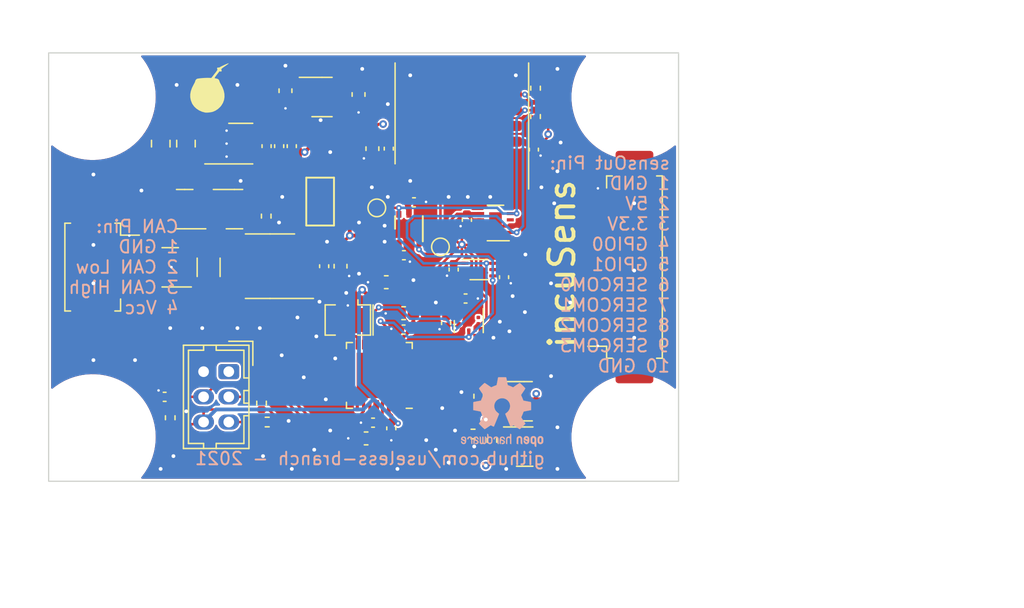
<source format=kicad_pcb>
(kicad_pcb (version 20211014) (generator pcbnew)
  (layers (0 "F.Cu" power) (1 "In1.Cu" signal) (2 "In2.Cu" signal) (31 "B.Cu" power) (34 "B.Paste" user) (35 "F.Paste" user) (36 "B.SilkS" user "B.Silkscreen") (37 "F.SilkS" user "F.Silkscreen") (38 "B.Mask" user) (39 "F.Mask" user) (44 "Edge.Cuts" user))
  (net 0 "")
  (net 1 "VDD")
  (net 2 "GND")
  (net 3 "/X_{IN}")
  (net 4 "/X_{OUT}")
  (net 5 "+5V")
  (net 6 "/VDDSW")
  (net 7 "+36V")
  (net 8 "/CAN+")
  (net 9 "/CAN-")
  (net 10 "~{RESET}")
  (net 11 "/SWDIO")
  (net 12 "/SWCLK")
  (net 14 "/SERCOM0.0")
  (net 15 "/SERCOM0.1")
  (net 16 "/5VSW")
  (net 17 "/SERCOM0.2")
  (net 18 "/SERCOM0.3")
  (net 19 "/GPIO.0")
  (net 20 "Net-(Q1-Pad1)")
  (net 21 "Net-(Q2-Pad1)")
  (net 22 "/5VSW_SIG")
  (net 23 "/VDDSW_SIG")
  (net 24 "/GPIO.1")
  (net 26 "/I2C.SDA")
  (net 27 "/I2C.SCL")
  (net 35 "/CAN_{TX}")
  (net 36 "/CAN_{RX}")
  (net 48 "Net-(C4-Pad1)")
  (net 49 "Net-(J2-Pad4)")
  (net 50 "Net-(D2-Pad3)")
  (footprint "Package_TO_SOT_SMD:SOT-23" (layer "F.Cu") (at 37.7875 31.25)
    (fp_text reference "Q2" hide)
    (fp_text value "SI2337DS-T1-BE3" hide)
  )
  (footprint "Resistor_SMD:R_0402_1005Metric" (layer "F.Cu") (at 17.35 29.3 180)
    (fp_text reference "R3" hide)
    (fp_text value "100k" hide)
  )
  (footprint "Package_TO_SOT_SMD:SOT-23" (layer "F.Cu") (at 37.7375 27.65)
    (fp_text reference "Q1" hide)
    (fp_text value "SI2337DS-T1-BE3" hide)
  )
  (footprint "Crystal:Resonator_SMD_Murata_CSTxExxV-3Pin_3.0x1.1mm" (layer "F.Cu") (at 23.75 21.2 180)
    (fp_text reference "Y1" hide)
    (fp_text value "Resonator" hide)
  )
  (footprint "Package_SO:SOIC-8_3.9x4.9mm_P1.27mm" (layer "F.Cu") (at 17.57 16.93 180)
    (fp_text reference "U2" hide)
    (fp_text value "TCAN332G" hide)
  )
  (footprint "Resistor_SMD:R_0402_1005Metric" (layer "F.Cu") (at 38.65 5.05 90)
    (fp_text reference "R10" hide)
    (fp_text value "4k7" hide)
  )
  (footprint "Resistor_SMD:R_0402_1005Metric" (layer "F.Cu") (at 17.272 12.954 -90)
    (fp_text reference "R9" hide)
    (fp_text value "100k" hide)
  )
  (footprint "ownLib:BMP384" (layer "F.Cu") (at 33.35 21.25 90)
    (fp_text reference "U6" hide)
    (fp_text value "BMP384" hide)
  )
  (footprint "Capacitor_SMD:C_0402_1005Metric" (layer "F.Cu") (at 29 11.858435)
    (fp_text reference "C24" hide)
    (fp_text value "100nF / 6.3V" hide)
  )
  (footprint "Capacitor_SMD:C_0603_1608Metric" (layer "F.Cu") (at 25.7 7.6 -90)
    (fp_text reference "C21" hide)
    (fp_text value "10uF / 6.3V" hide)
  )
  (footprint "Capacitor_SMD:C_0603_1608Metric" (layer "F.Cu") (at 24.6 3.3 -90)
    (fp_text reference "C13" hide)
    (fp_text value "1uF / 6.3V" hide)
  )
  (footprint "ownLib:MountingHole_3.2mm_M3_no_Mask" (layer "F.Cu") (at 3.5 30.5)
    (fp_text reference "REF**" hide)
    (fp_text value "MountingHole_3.2mm_M3_no_Mask" hide)
  )
  (footprint "Capacitor_SMD:C_0402_1005Metric" (layer "F.Cu") (at 27 7.6 -90)
    (fp_text reference "C20" hide)
    (fp_text value "100nF / 6.3V" hide)
  )
  (footprint "Capacitor_SMD:C_0402_1005Metric" (layer "F.Cu") (at 36.15 17.8 -90)
    (fp_text reference "C26" hide)
    (fp_text value "100nF / 6.3V" hide)
  )
  (footprint "ownLib:SCD4x" (layer "F.Cu") (at 32.8 5.8 90)
    (fp_text reference "U7" hide)
    (fp_text value "SCD4x" hide)
  )
  (footprint "Capacitor_SMD:C_0402_1005Metric" (layer "F.Cu") (at 28.2 16.058435)
    (fp_text reference "C23" hide)
    (fp_text value "100nF / 6.3V" hide)
  )
  (footprint "Sensor_Humidity:Sensirion_DFN-8-1EP_2.5x2.5mm_P0.5mm_EP1.1x1.7mm" (layer "F.Cu") (at 35.469659 13.5 180)
    (fp_text reference "U5" hide)
    (fp_text value "SHT30-DIS" hide)
  )
  (footprint "Capacitor_SMD:C_0402_1005Metric" (layer "F.Cu") (at 18.3 7.4 90)
    (fp_text reference "C14" hide)
    (fp_text value "10uF / 10V" hide)
  )
  (footprint "Connector_Molex:Molex_PicoBlade_53261-0471_1x04-1MP_P1.25mm_Horizontal" (layer "F.Cu") (at 4 17 -90)
    (fp_text reference "J2" hide)
    (fp_text value "Conn_01x04_MountingPin" hide)
  )
  (footprint "Package_LGA:Texas_SIL0010A_MicroSiP-10-1EP_3.8x3mm_P0.6mm_EP0.7x2.9mm_ThermalVias" (layer "F.Cu") (at 14.3 7.2)
    (fp_text reference "U4" hide)
    (fp_text value "LMZM23600V5" hide)
  )
  (footprint "Resistor_SMD:R_0402_1005Metric" (layer "F.Cu") (at 35.2375 27.25 -90)
    (fp_text reference "R6" hide)
    (fp_text value "10k" hide)
  )
  (footprint "Resistor_SMD:R_0402_1005Metric" (layer "F.Cu") (at 9.652 28.958 90)
    (fp_text reference "R1" hide)
    (fp_text value "10k" hide)
  )
  (footprint "Capacitor_SMD:C_0603_1608Metric" (layer "F.Cu") (at 25.2 30.6 180)
    (fp_text reference "C5" hide)
    (fp_text value "1uF / 6.3V" hide)
  )
  (footprint "Package_TO_SOT_SMD:SOT-23" (layer "F.Cu") (at 14.75 12.4)
    (fp_text reference "D2" hide)
    (fp_text value "MMBZ15VALT1G" hide)
  )
  (footprint "Resistor_SMD:R_0402_1005Metric" (layer "F.Cu") (at 35.1875 30.75 -90)
    (fp_text reference "R7" hide)
    (fp_text value "10k" hide)
  )
  (footprint "Package_TO_SOT_SMD:SOT-23" (layer "F.Cu") (at 10.8 12.4 180)
    (fp_text reference "Q3" hide)
    (fp_text value "BSH203,215" hide)
  )
  (footprint "Capacitor_SMD:C_0805_2012Metric" (layer "F.Cu") (at 10.9 7.2 90)
    (fp_text reference "C10" hide)
    (fp_text value "4u7 / 50V" hide)
  )
  (footprint "ownLib:MountingHole_3.2mm_M3_no_Mask" (layer "F.Cu") (at 46.5 30.5)
    (fp_text reference "REF**" hide)
    (fp_text value "MountingHole_3.2mm_M3_no_Mask" hide)
  )
  (footprint "ownLib:WSOF6" (layer "F.Cu") (at 33.05 16.7 -90)
    (fp_text reference "U9" hide)
    (fp_text value "BH1751FVI" hide)
  )
  (footprint "Package_DFN_QFN:QFN-32-1EP_5x5mm_P0.5mm_EP3.6x3.6mm" (layer "F.Cu") (at 26.25 25.6 180)
    (fp_text reference "U1" hide)
    (fp_text value "ATSAMC21E17A" hide)
  )
  (footprint "Capacitor_SMD:C_0402_1005Metric" (layer "F.Cu") (at 31.55 21.45 -90)
    (fp_text reference "C18" hide)
    (fp_text value "100nF / 6.3V" hide)
  )
  (footprint "Capacitor_SMD:C_0402_1005Metric" (layer "F.Cu") (at 28.176753 21.960819 180)
    (fp_text reference "C6" hide)
    (fp_text value "100nF / 6.3V" hide)
  )
  (footprint "Connector_Hirose:Hirose_DF11-6DP-2DSA_2x03_P2.00mm_Vertical" (layer "F.Cu") (at 14.3 25.3 -90)
    (fp_text reference "J1" hide)
    (fp_text value "CORTEX-SWD-6" hide)
  )
  (footprint "Resistor_SMD:R_0402_1005Metric" (layer "F.Cu") (at 16.9 27.8 90)
    (fp_text reference "R2" hide)
    (fp_text value "10k" hide)
  )
  (footprint "TestPoint:TestPoint_Pad_D1.0mm" (layer "F.Cu") (at 26.05 12.3)
    (fp_text reference "TP3" hide)
    (fp_text value "SCL" hide)
  )
  (footprint "Package_TO_SOT_SMD:SOT-23-5" (layer "F.Cu") (at 21.7 3.5)
    (fp_text reference "U3" hide)
    (fp_text value "NCP718xSN330" hide)
  )
  (footprint "TestPoint:TestPoint_Keystone_5015_Micro-Minature" (layer "F.Cu") (at 21.55 11.8 -90)
    (fp_text reference "TP1" hide)
    (fp_text value "TestPoint" hide)
  )
  (footprint "ownLib:MountingHole_3.2mm_M3_no_Mask" (layer "F.Cu") (at 46.5 3.5)
    (fp_text reference "REF**" hide)
    (fp_text value "MountingHole_3.2mm_M3_no_Mask" hide)
  )
  (footprint "Capacitor_SMD:C_0402_1005Metric" (layer "F.Cu") (at 21.87 16.93 -90)
    (fp_text reference "C8" hide)
    (fp_text value "100nF / 6.3V" hide)
  )
  (footprint "Capacitor_SMD:C_0603_1608Metric" (layer "F.Cu") (at 28.176753 20.660819 180)
    (fp_text reference "C7" hide)
    (fp_text value "10uF / 6.3V" hide)
  )
  (footprint "Capacitor_SMD:C_0402_1005Metric" (layer "F.Cu") (at 25.75 29.35 180)
    (fp_text reference "C4" hide)
    (fp_text value "100nF / 6.3V" hide)
  )
  (footprint "Package_TO_SOT_SMD:SOT-23" (layer "F.Cu") (at 9.652 17.018 180)
    (fp_text reference "D1" hide)
    (fp_text value "PESD2CAN" hide)
  )
  (footprint "Capacitor_SMD:C_0603_1608Metric" (layer "F.Cu") (at 26.8 18.2 180)
    (fp_text reference "C2" hide)
    (fp_text value "10uF / 6.3V" hide)
  )
  (footprint "ownLib:MountingHole_3.2mm_M3_no_Mask" (layer "F.Cu") (at 3.5 3.5)
    (fp_text reference "REF**" hide)
    (fp_text value "MountingHole_3.2mm_M3_no_Mask" hide)
  )
  (footprint "ownLib:ownLogoNew" (layer "F.Cu") (at 12.6 2.8)
    (fp_text reference "G***" hide)
    (fp_text value "LOGO" hide)
  )
  (footprint "Capacitor_SMD:C_0402_1005Metric" (layer "F.Cu") (at 9.21 27.3)
    (fp_text reference "C1" hide)
    (fp_text value "10nF / 6.3V" hide)
  )
  (footprint "Resistor_SMD:R_0402_1005Metric" (layer "F.Cu") (at 38.65 2.8 -90)
    (fp_text reference "R11" hide)
    (fp_text value "4k7" hide)
  )
  (footprint "Capacitor_SMD:C_0402_1005Metric" (layer "F.Cu") (at 33.096974 19.49541)
    (fp_text reference "C17" hide)
    (fp_text value "100nF / 6.3V" hide)
  )
  (footprint "ownLib:DFN-6-P0.8mm_EP1.25x1.7mm" (layer "F.Cu") (at 28.6 13.958435 90)
    (fp_text reference "U8" hide)
    (fp_text value "SGP30" hide)
  )
  (footprint "Capacitor_SMD:C_0402_1005Metric" (layer "F.Cu") (at 38.515755 7.67438 -90)
    (fp_text reference "C22" hide)
    (fp_text value "100nF / 6.3V" hide)
  )
  (footprint "Capacitor_SMD:C_0805_2012Metric" (layer "F.Cu") (at 8.9 7.2 90)
    (fp_text reference "C11" hide)
    (fp_text value "4u7 / 50V" hide)
  )
  (footprint "Capacitor_SMD:C_0402_1005Metric" (layer "F.Cu") (at 27.2 29.8 -90)
    (fp_text reference "C3" hide)
    (fp_text value "100nF / 6.3V" hide)
  )
  (footprint "Capacitor_SMD:C_0402_1005Metric" (layer "F.Cu") (at 32.15 17.2 -90)
    (fp_text reference "C25" hide)
    (fp_text value "100nF / 6.3V" hide)
  )
  (footprint "Capacitor_SMD:C_0402_1005Metric" (layer "F.Cu") (at 17.3 7.4 90)
    (fp_text reference "C16" hide)
    (fp_text value "10uF / 10V" hide)
  )
  (footprint "TestPoint:TestPoint_Pad_D1.0mm" (layer "F.Cu") (at 31.1 15.4)
    (fp_text reference "TP2" hide)
    (fp_text value "SDA" hide)
  )
  (footprint "Resistor_SMD:R_0402_1005Metric" (layer "F.Cu") (at 33.6875 30.25)
    (fp_text reference "R5" hide)
    (fp_text value "100R" hide)
  )
  (footprint "Capacitor_SMD:C_0402_1005Metric" (layer "F.Cu") (at 19.3 7.4 90)
    (fp_text reference "C15" hide)
    (fp_text value "10uF / 10V" hide)
  )
  (footprint "Capacitor_SMD:C_0402_1005Metric" (layer "F.Cu") (at 33.2 13.258435 -90)
    (fp_text reference "C19" hide)
    (fp_text value "100nF / 6.3V" hide)
  )
  (footprint "Resistor_SMD:R_0402_1005Metric" (layer "F.Cu") (at 34.1375 27.25 90)
    (fp_text reference "R4" hide)
    (fp_text value "100R" hide)
  )
  (footprint "Capacitor_SMD:C_0603_1608Metric" (layer "F.Cu") (at 23.17 16.93 -90)
    (fp_text reference "C9" hide)
    (fp_text value "10uF / 6.3V" hide)
  )
  (footprint "Resistor_SMD:R_1206_3216Metric" (layer "F.Cu") (at 12.7 17.018 -90)
    (fp_text reference "R8" hide)
    (fp_text value "120R" hide)
  )
  (footprint "Capacitor_SMD:C_0603_1608Metric" (layer "F.Cu") (at 18.8 3 -90)
    (fp_text reference "C12" hide)
    (fp_text value "1uF / 10V" hide)
  )
  (footprint "Connector_Molex:Molex_PicoBlade_53261-1071_1x10-1MP_P1.25mm_Horizontal" (layer "F.Cu") (at 46 17 90)
    (fp_text reference "J3" hide)
    (fp_text value "Conn_01x10_MountingPin" hide)
  )
  (footprint "Symbol:OSHW-Logo2_7.3x6mm_SilkScreen" (layer "B.Cu") (at 36 28.5 180)
    (fp_text reference "REF**" hide)
    (fp_text value "OSHW-Logo2_7.3x6mm_SilkScreen" hide)
  )
  (gr_rect locked (start 0 0) (end 50 34) (layer "Edge.Cuts") (width 0.1) (fill none))
  (gr_text "CAN Pin:\n1 GND\n2 CAN Low\n3 CAN High\n4 Vcc" (at 10.4 17) (layer "B.SilkS") (effects (font (size 1 1)) (justify left mirror)))
  (gr_text "sensOut Pin:\n1 GND\n2 5V\n3 3.3V\n4 GPIO0\n5 GPIO1\n6 SERCOM0\n7 SERCOM1\n8 SERCOM2\n9 SERCOM3\n10 GND" (at 49.4 16.8) (layer "B.SilkS") (effects (font (size 1 1)) (justify left mirror)))
  (gr_text "github.com/useless-branch - 2021" (at 25.5 32.2) (layer "B.SilkS") (effects (font (size 1 1)) (justify mirror)))
  (gr_text "incuSens" (at 40.75 16.75 90) (layer "F.SilkS") (effects (font (size 2 2) (thickness 0.3))))
  (segment (start 21.39 16.45) (end 21.235 16.295) (width 0.3) (layer "F.Cu") (net 1))
  (segment (start 35.4 28.6) (end 36.8 28.6) (width 0.3) (layer "F.Cu") (net 1))
  (segment (start 23.17 16.155) (end 23.17 15.23) (width 0.25) (layer "F.Cu") (net 1))
  (segment (start 27 28.6) (end 27.2 28.8) (width 0.3) (layer "F.Cu") (net 1))
  (segment (start 24.892 18.796) (end 24.891988 18.796) (width 0.2) (layer "F.Cu") (net 1))
  (segment (start 21.87 16.45) (end 22.25 16.45) (width 0.3) (layer "F.Cu") (net 1))
  (segment (start 28.656753 21.643247) (end 28.951753 21.348247) (width 0.3) (layer "F.Cu") (net 1))
  (segment (start 28.656753 22.043247) (end 28.656753 21.960819) (width 0.3) (layer "F.Cu") (net 1))
  (segment (start 25.220508 19.12452) (end 24.891988 18.796) (width 0.3) (layer "F.Cu") (net 1))
  (segment (start 26 4.65) (end 23.9 6.75) (width 0.3) (layer "F.Cu") (net 1))
  (segment (start 16.9 28.31) (end 12.54 28.31) (width 0.2) (layer "F.Cu") (net 1))
  (segment (start 27.601 18.2) (end 28.951753 19.550753) (width 0.2) (layer "F.Cu") (net 1))
  (segment (start 26 3.2) (end 26 4.65) (width 0.3) (layer "F.Cu") (net 1))
  (segment (start 27.575 17.425) (end 27.575 18.2) (width 0.3) (layer "F.Cu") (net 1))
  (segment (start 23.17 15.23) (end 23.9 14.5) (width 0.25) (layer "F.Cu") (net 1))
  (segment (start 22.545 16.155) (end 23.17 16.155) (width 0.3) (layer "F.Cu") (net 1))
  (segment (start 27 28.05) (end 27 28.6) (width 0.3) (layer "F.Cu") (net 1))
  (segment (start 28 23.15) (end 28 22.7) (width 0.3) (layer "F.Cu") (net 1))
  (segment (start 27.805967 29.331062) (end 27.732992 29.404037) (width 0.2) (layer "F.Cu") (net 1))
  (segment (start 9.652 29.468) (end 12.132 29.468) (width 0.2) (layer "F.Cu") (net 1))
  (segment (start 28.951753 19.550753) (end 28.951753 20.660819) (width 0.2) (layer "F.Cu") (net 1))
  (segment (start 22.25 16.45) (end 22.545 16.155) (width 0.3) (layer "F.Cu") (net 1))
  (segment (start 27.575 18.2) (end 26.65048 19.12452) (width 0.3) (layer "F.Cu") (net 1))
  (segment (start 28.951753 21.348247) (end 28.951753 20.660819) (width 0.3) (layer "F.Cu") (net 1))
  (segment (start 23.9 6.75) (end 23.9 14.5) (width 0.3) (layer "F.Cu") (net 1))
  (segment (start 27.2 28.8) (end 27.2 29.32) (width 0.3) (layer "F.Cu") (net 1))
  (segment (start 27.575 18.2) (end 27.601 18.2) (width 0.2) (layer "F.Cu") (net 1))
  (segment (start 22.8375 2.55) (end 24.575 2.55) (width 0.3) (layer "F.Cu") (net 1))
  (segment (start 34.9 29.1) (end 35.4 28.6) (width 0.3) (layer "F.Cu") (net 1))
  (segment (start 24.65 14.5) (end 27.575 17.425) (width 0.3) (layer "F.Cu") (net 1))
  (segment (start 34.7 29.1) (end 34.9 29.1) (width 0.3) (layer "F.Cu") (net 1))
  (segment (start 21.87 16.45) (end 21.39 16.45) (width 0.3) (layer "F.Cu") (net 1))
  (segment (start 12.3 28.55) (end 12.3 29.3) (width 0.2) (layer "F.Cu") (net 1))
  (segment (start 26.65048 19.12452) (end 25.220508 19.12452) (width 0.3) (layer "F.Cu") (net 1))
  (segment (start 12.132 29.468) (end 12.3 29.3) (width 0.2) (layer "F.Cu") (net 1))
  (segment (start 17.86 28.71) (end 17.46 28.31) (width 0.2) (layer "F.Cu") (net 1))
  (segment (start 35.2375 27.76) (end 35.2375 28.4375) (width 0.2) (layer "F.Cu") (net 1))
  (segment (start 27.648955 29.32) (end 27.732992 29.404037) (width 0.2) (layer "F.Cu") (net 1))
  (segment (start 27.805967 29.32) (end 27.805967 29.331062) (width 0.2) (layer "F.Cu") (net 1))
  (segment (start 17.46 28.31) (end 16.9 28.31) (width 0.2) (layer "F.Cu") (net 1))
  (segment (start 24.575 2.55) (end 24.6 2.525) (width 0.3) (layer "F.Cu") (net 1))
  (segment (start 35.2375 28.4375) (end 35.4 28.6) (width 0.2) (layer "F.Cu") (net 1))
  (segment (start 28 22.7) (end 28.656753 22.043247) (width 0.3) (layer "F.Cu") (net 1))
  (segment (start 21.235 16.295) (end 20.045 16.295) (width 0.3) (layer "F.Cu") (net 1))
  (segment (start 28.656753 21.960819) (end 28.656753 21.643247) (width 0.3) (layer "F.Cu") (net 1))
  (segment (start 25.325 2.525) (end 26 3.2) (width 0.3) (layer "F.Cu") (net 1))
  (segment (start 12.54 28.31) (end 12.3 28.55) (width 0.2) (layer "F.Cu") (net 1))
  (segment (start 23.9 14.5) (end 24.65 14.5) (width 0.3) (layer "F.Cu") (net 1))
  (segment (start 25.146 19.05) (end 24.892 18.796) (width 0.2) (layer "F.Cu") (net 1))
  (segment (start 24.6 2.525) (end 25.325 2.525) (width 0.3) (layer "F.Cu") (net 1))
  (segment (start 17.86 29.3) (end 17.86 28.71) (width 0.2) (layer "F.Cu") (net 1))
  (segment (start 27.2 29.32) (end 27.648955 29.32) (width 0.2) (layer "F.Cu") (net 1))
  (via (at 23.9 14.5) (size 0.6) (drill 0.3) (layers "F.Cu" "B.Cu") (net 1))
  (via (at 27.732992 29.404037) (size 0.45) (drill 0.2) (layers "F.Cu" "B.Cu") (net 1))
  (via (at 34.7 29.1) (size 0.6) (drill 0.3) (layers "F.Cu" "B.Cu") (net 1))
  (via (at 24.891988 18.796) (size 0.6) (drill 0.3) (layers "F.Cu" "B.Cu") (net 1))
  (segment (start 24.638 26.309045) (end 24.638 19.049988) (width 0.3) (layer "B.Cu") (net 1))
  (segment (start 25.8 27.471045) (end 27.732992 29.404037) (width 0.3) (layer "B.Cu") (net 1))
  (segment (start 13.3 28.3) (end 24.971045 28.3) (width 0.3) (layer "B.Cu") (net 1))
  (segment (start 24.638 19.049988) (end 24.891988 18.796) (width 0.3) (layer "B.Cu") (net 1))
  (segment (start 12.3 29.3) (end 13.3 28.3) (width 0.3) (layer "B.Cu") (net 1))
  (segment (start 25.8 27.471045) (end 24.638 26.309045) (width 0.3) (layer "B.Cu") (net 1))
  (segment (start 24.971045 28.3) (end 25.8 27.471045) (width 0.3) (layer "B.Cu") (net 1))
  (segment (start 32.55 22.65) (end 32.85 22.35) (width 0.25) (layer "F.Cu") (net 2))
  (segment (start 25.028041 8.375) (end 25.024328 8.371287) (width 0.45) (layer "F.Cu") (net 2))
  (segment (start 25.7 8.375) (end 25.028041 8.375) (width 0.45) (layer "F.Cu") (net 2))
  (segment (start 32.711565 13.738435) (end 32.7 13.75) (width 0.45) (layer "F.Cu") (net 2))
  (segment (start 39.04562 8.15438) (end 39.05 8.15) (width 0.45) (layer "F.Cu") (net 2))
  (segment (start 33.35 19.722384) (end 33.576974 19.49541) (width 0.25) (layer "F.Cu") (net 2))
  (segment (start 28.6 15.55) (end 28.6 15.108435) (width 0.45) (layer "F.Cu") (net 2))
  (segment (start 6.4 15.125) (end 6.4 14.5) (width 0.45) (layer "F.Cu") (net 2))
  (segment (start 32.63 17.2) (end 32.15 17.68) (width 0.25) (layer "F.Cu") (net 2))
  (segment (start 32.15 17.68) (end 31.623115 17.68) (width 0.45) (layer "F.Cu") (net 2))
  (segment (start 21.185 17.565) (end 21.34 17.41) (width 0.45) (layer "F.Cu") (net 2))
  (segment (start 29.924382 11.858435) (end 29.957317 11.8255) (width 0.45) (layer "F.Cu") (net 2))
  (segment (start 34.294659 14.25) (end 33.711565 14.25) (width 0.25) (layer "F.Cu") (net 2))
  (segment (start 24.425 30.6) (end 23.791328 30.6) (width 0.45) (layer "F.Cu") (net 2))
  (segment (start 31.55 22.35) (end 31.85 22.65) (width 0.25) (layer "F.Cu") (net 2))
  (segment (start 27.696753 22.403247) (end 27.696753 21.960819) (width 0.2) (layer "F.Cu") (net 2))
  (segment (start 24.6 4.075) (end 24.6 4.722631) (width 0.45) (layer "F.Cu") (net 2))
  (segment (start 37.79562 8.15438) (end 38.515755 8.15438) (width 0.45) (layer "F.Cu") (net 2))
  (segment (start 31.623115 17.68) (end 31.620301 17.682814) (width 0.45) (layer "F.Cu") (net 2))
  (segment (start 23.17 17.705) (end 23.853875 17.705) (width 0.45) (layer "F.Cu") (net 2))
  (segment (start 36.15 18.28) (end 36.682177 18.28) (width 0.45) (layer "F.Cu") (net 2))
  (segment (start 18.8 3.775) (end 18.8 4.4) (width 0.45) (layer "F.Cu") (net 2))
  (segment (start 24.790564 29.349999) (end 25.27 29.35) (width 0.45) (layer "F.Cu") (net 2))
  (segment (start 29.4 12.4) (end 29.4 12.808435) (width 0.45) (layer "F.Cu") (net 2))
  (segment (start 29.48 12.32) (end 29.4 12.4) (width 0.45) (layer "F.Cu") (net 2))
  (segment (start 22.2 17.41) (end 22.495 17.705) (width 0.45) (layer "F.Cu") (net 2))
  (segment (start 36.8 8.3) (end 37.65 8.3) (width 0.45) (layer "F.Cu") (net 2))
  (segment (start 21.87 17.41) (end 22.2 17.41) (width 0.45) (layer "F.Cu") (net 2))
  (segment (start 27.237667 30.75) (end 27.2 30.75) (width 0.2) (layer "F.Cu") (net 2))
  (segment (start 43.6 11.375) (end 43.6 10.75) (width 0.45) (layer "F.Cu") (net 2))
  (segment (start 27.5 22.6) (end 27.696753 22.403247) (width 0.2) (layer "F.Cu") (net 2))
  (segment (start 36.682177 18.28) (end 36.684711 18.282534) (width 0.45) (layer "F.Cu") (net 2))
  (segment (start 27.696753 21.960819) (end 27.260819 21.960819) (width 0.45) (layer "F.Cu") (net 2))
  (segment (start 33.35 20.4925) (end 33.35 19.722384) (width 0.25) (layer "F.Cu") (net 2))
  (segment (start 35.719659 13.75) (end 35.469659 13.5) (width 0.25) (layer "F.Cu") (net 2))
  (segment (start 23.791328 30.6) (end 23.78238 30.591052) (width 0.45) (layer "F.Cu") (net 2))
  (segment (start 19.525 3.775) (end 18.8 3.775) (width 0.45) (layer "F.Cu") (net 2))
  (segment (start 20.5625 3.5) (end 19.8 3.5) (width 0.45) (layer "F.Cu") (net 2))
  (segment (start 27 8.08) (end 27.48 8.08) (width 0.45) (layer "F.Cu") (net 2))
  (segment (start 23.75 21.2) (end 23.749999 20.044883) (width 0.45) (layer "F.Cu") (net 2))
  (segment (start 27.7 8.3) (end 28.8 8.3) (width 0.45) (layer "F.Cu") (net 2))
  (segment (start 26 28.05) (end 26 28.62) (width 0.2) (layer "F.Cu") (net 2))
  (segment (start 23.853875 17.705) (end 23.854431 17.705556) (width 0.45) (layer "F.Cu") (net 2))
  (segment (start 28.68 16.058435) (end 28.68 15.63) (width 0.45) (layer "F.Cu") (net 2))
  (segment (start 22.495 17.705) (end 23.17 17.705) (width 0.45) (layer "F.Cu") (net 2))
  (segment (start 34.070008 19.49541) (end 34.07157 19.493848) (width 0.45) (layer "F.Cu") (net 2))
  (segment (start 26.025 18.2) (end 25.35 18.2) (width 0.45) (layer "F.Cu") (net 2))
  (segment (start 33.05 17.2) (end 32.63 17.2) (width 0.25) (layer "F.Cu") (net 2))
  (segment (start 33.05 17.7) (end 32.17 17.7) (width 0.25) (layer "F.Cu") (net 2))
  (segment (start 37.65 8.3) (end 37.79562 8.15438) (width 0.45) (layer "F.Cu") (net 2))
  (segment (start 32.17 17.7) (end 32.15 17.68) (width 0.25) (layer "F.Cu") (net 2))
  (segment (start 38.515755 8.15438) (end 39.04562 8.15438) (width 0.45) (layer "F.Cu") (net 2))
  (segment (start 26 28.62) (end 25.27 29.35) (width 0.2) (layer "F.Cu") (net 2))
  (segment (start 36.644659 13.75) (end 35.719659 13.75) (width 0.25) (layer "F.Cu") (net 2))
  (segment (start 8.73 27.3) (end 8.73 26.795532) (width 0.45) (layer "F.Cu") (net 2))
  (segment (start 33.85 20.4925) (end 33.85 19.768436) (width 0.25) (layer "F.Cu") (net 2))
  (segment (start 19.8 3.5) (end 19.525 3.775) (width 0.45) (layer "F.Cu") (net 2))
  (segment (start 27.5 23.15) (end 27.5 22.6) (width 0.2) (layer "F.Cu") (net 2))
  (segment (start 28.68 16.058435) (end 28.68 16.56635) (width 0.45) (layer "F.Cu") (net 2))
  (segment (start 20.045 17.565) (end 21.185 17.565) (width 0.45) (layer "F.Cu") (net 2))
  (segment (start 29.48 11.858435) (end 29.48 12.32) (width 0.45) (layer "F.Cu") (net 2))
  (segment (start 43.6 22.625) (end 43.6 23.25) (width 0.45) (layer "F.Cu") (net 2))
  (segment (start 25.7 8.375) (end 26.705 8.375) (width 0.45) (layer "F.Cu") (net 2))
  (segment (start 33.576974 19.49541) (end 34.070008 19.49541) (width 0.45) (layer "F.Cu") (net 2))
  (segment (start 27.48 8.08) (end 27.7 8.3) (width 0.45) (layer "F.Cu") (net 2))
  (segment (start 34.294659 13.75) (end 35.219659 13.75) (width 0.25) (layer "F.Cu") (net 2))
  (segment (start 33.2 13.738435) (end 32.711565 13.738435) (width 0.45) (layer "F.Cu") (net 2))
  (segment (start 31.027085 21.93) (end 31.025992 21.931093) (width 0.45) (layer "F.Cu") (net 2))
  (segment (start 32.85 22.35) (end 32.85 22.0075) (width 0.25) (layer "F.Cu") (net 2))
  (segment (start 31.85 22.65) (end 32.55 22.65) (width 0.25) (layer "F.Cu") (net 2))
  (segment (start 8.73 26.795532) (end 8.724745 26.790277) (width 0.45) (layer "F.Cu") (net 2))
  (segment (start 21.34 17.41) (end 21.87 17.41) (width 0.45) (layer "F.Cu") (net 2))
  (segment (start 29.48 11.858435) (end 29.924382 11.858435) (width 0.45) (layer "F.Cu") (net 2))
  (segment (start 28.68 16.56635) (end 28.675544 16.570806) (width 0.45) (layer "F.Cu") (net 2))
  (segment (start 33.85 19.768436) (end 33.576974 19.49541) (width 0.25) (layer "F.Cu") (net 2))
  (segment (start 28.68 15.63) (end 28.6 15.55) (width 0.45) (layer "F.Cu") (net 2))
  (segment (start 35.219659 13.75) (end 35.469659 13.5) (width 0.25) (layer "F.Cu") (net 2))
  (segment (start 24.6 4.722631) (end 24.601697 4.724328) (width 0.45) (layer "F.Cu") (net 2))
  (segment (start 31.55 21.93) (end 31.027085 21.93) (width 0.45) (layer "F.Cu") (net 2))
  (segment (start 31.55 21.93) (end 31.55 22.35) (width 0.25) (layer "F.Cu") (net 2))
  (segment (start 27.2 30.28) (end 27.2 30.75) (width 0.45) (layer "F.Cu") (net 2))
  (segment (start 33.711565 14.25) (end 33.2 13.738435) (width 0.25) (layer "F.Cu") (net 2))
  (segment (start 26.705 8.375) (end 27 8.08) (width 0.45) (layer "F.Cu") (net 2))
  (segment (start 27.401753 20.660819) (end 26.76619 20.660819) (width 0.45) (layer "F.Cu") (net 2))
  (segment (start 26.76619 20.660819) (end 26.752509 20.6745) (width 0.45) (layer "F.Cu") (net 2))
  (segment (start 27.260819 21.960819) (end 27.2 21.9) (width 0.45) (layer "F.Cu") (net 2))
  (via (at 24.638 17.526) (size 0.6) (drill 0.3) (layers "F.Cu" "B.Cu") (net 2))
  (via (at 23.78238 30.591052) (size 0.45) (drill 0.2) (layers "F.Cu" "B.Cu") (net 2))
  (via (at 36.322 33.02) (size 0.6) (drill 0.3) (layers "F.Cu" "B.Cu") (net 2))
  (via (at 26.924 4.064) (size 0.6) (drill 0.3) (layers "F.Cu" "B.Cu") (net 2))
  (via (at 18.8 4.4) (size 0.45) (drill 0.2) (layers "F.Cu" "B.Cu") (net 2))
  (via (at 35.814 21.336) (size 0.6) (drill 0.3) (layers "F.Cu" "B.Cu") (net 2))
  (via (at 6.858 24.384) (size 0.6) (drill 0.3) (layers "F.Cu" "B.Cu") (net 2))
  (via (at 14.986 2.54) (size 0.6) (drill 0.3) (layers "F.Cu" "B.Cu") (net 2))
  (via (at 34.07157 19.493848) (size 0.45) (drill 0.2) (layers "F.Cu" "B.Cu") (net 2))
  (via (at 37.084 1.778) (size 0.6) (drill 0.3) (layers "F.Cu" "B.Cu") (net 2))
  (via (at 19.05 29.21) (size 0.6) (drill 0.3) (layers "F.Cu" "B.Cu") (net 2))
  (via (at 14.986 21.844) (size 0.6) (drill 0.3) (layers "F.Cu" "B.Cu") (net 2))
  (via (at 35.306 22.606) (size 0.6) (drill 0.3) (layers "F.Cu" "B.Cu") (net 2))
  (via (at 18.796 1.016) (size 0.6) (drill 0.3) (layers "F.Cu" "B.Cu") (net 2))
  (via (at 10.922 28.448) (size 0.6) (drill 0.3) (layers "F.Cu" "B.Cu") (net 2))
  (via (at 39.878 25.654) (size 0.6) (drill 0.3) (layers "F.Cu" "B.Cu") (net 2))
  (via (at 32.766 26.924) (size 0.6) (drill 0.3) (layers "F.Cu" "B.Cu") (net 2))
  (via (at 23.749999 20.044883) (size 0.45) (drill 0.2) (layers "F.Cu" "B.Cu") (net 2))
  (via (at 8.89 33.02) (size 0.6) (drill 0.3) (layers "F.Cu" "B.Cu") (net 2))
  (via (at 25.35 18.2) (size 0.45) (drill 0.2) (layers "F.Cu" "B.Cu") (net 2))
  (via (at 37.8045 20.574) (size 0.6) (drill 0.3) (layers "F.Cu" "B.Cu") (net 2))
  (via (at 30.734 19.812) (size 0.6) (drill 0.3) (layers "F.Cu" "B.Cu") (net 2))
  (via (at 6.4 14.5) (size 0.45) (drill 0.2) (layers "F.Cu" "B.Cu") (net 2))
  (via (at 29.957317 11.8255) (size 0.45) (drill 0.2) (layers "F.Cu" "B.Cu") (net 2))
  (via (at 22.098 14.986) (size 0.6) (drill 0.3) (layers "F.Cu" "B.Cu") (net 2))
  (via (at 40.132 11.938) (size 0.6) (drill 0.3) (layers "F.Cu" "B.Cu") (net 2))
  (via (at 26.752509 20.6745) (size 0.45) (drill 0.2) (layers "F.Cu" "B.Cu") (net 2))
  (via (at 39.878 18.288) (size 0.6) (drill 0.3) (layers "F.Cu" "B.Cu") (net 2))
  (via (at 36.576 22.098) (size 0.6) (drill 0.3) (layers "F.Cu" "B.Cu") (net 2))
  (via (at 24.892 1.27) (size 0.6) (drill 0.3) (layers "F.Cu" "B.Cu") (net 2))
  (via (at 23.854431 17.705556) (size 0.45) (drill 0.2) (layers "F.Cu" "B.Cu") (net 2))
  (via (at 3.556 24.384) (size 0.6) (drill 0.3) (layers "F.Cu" "B.Cu") (net 2))
  (via (at 37.846 16.002) (size 0.6) (drill 0.3) (layers "F.Cu" "B.Cu") (net 2))
  (via (at 21.082 31.496) (size 0.6) (drill 0.3) (layers "F.Cu" "B.Cu") (net 2))
  (via (at 28.956 18.034) (size 0.6) (drill 0.3) (layers "F.Cu" "B.Cu") (net 2))
  (via (at 3.556 15.24) (size 0.6) (drill 0.3) (layers "F.Cu" "B.Cu") (net 2))
  (via (at 30.734 31.496) (size 0.6) (drill 0.3) (layers "F.Cu" "B.Cu") (net 2))
  (via (at 10.16 2.54) (size 0.6) (drill 0.3) (layers "F.Cu" "B.Cu") (net 2))
  (via (at 31.75 11.43) (size 0.6) (drill 0.3) (layers "F.Cu" "B.Cu") (net 2))
  (via (at 43.6 23.25) (size 0.45) (drill 0.2) (layers "F.Cu" "B.Cu") (net 2))
  (via (at 25.654 10.668) (size 0.6) (drill 0.3) (layers "F.Cu" "B.Cu") (net 2))
  (via (at 22.75 24.25) (size 0.6) (drill 0.3) (layers "F.Cu" "B.Cu") (net 2))
  (via (at 32.258 29.972) (size 0.6) (drill 0.3) (layers "F.Cu" "B.Cu") (net 2))
  (via (at 12.192 21.844) (size 0.6) (drill 0.3) (layers "F.Cu" "B.Cu") (net 2))
  (via (at 27.2 21.9) (size 0.45) (drill 0.2) (layers "F.Cu" "B.Cu") (net 2))
  (via (at 9.906 32.004) (size 0.6) (drill 0.3) (layers "F.Cu" "B.Cu") (net 2))
  (via (at 41.402 19.812) (size 0.6) (drill 0.3) (layers "F.Cu" "B.Cu") (net 2))
  (via (at 32.7 13.75) (size 0.45) (drill 0.2) (layers "F.Cu" "B.Cu") (net 2))
  (via (at 28.702 10.16) (size 0.6) (drill 0.3) (layers "F.Cu" "B.Cu") (net 2))
  (via (at 31.025992 21.931093) (size 0.45) (drill 0.2) (layers "F.Cu" "B.Cu") (net 2))
  (via (at 19.75 21) (size 0.6) (drill 0.3) (layers "F.Cu" "B.Cu") (net 2))
  (via (at 17.018 32.004) (size 0.6) (drill 0.3) (layers "F.Cu" "B.Cu") (net 2))
  (via (at 3.556 9.652) (size 0.6) (drill 0.3) (layers "F.Cu" "B.Cu") (net 2))
  (via (at 28.702 1.778) (size 0.6) (drill 0.3) (layers "F.Cu" "B.Cu") (net 2))
  (via (at 40.386 33.02) (size 0.6) (drill 0.3) (layers "F.Cu" "B.Cu") (net 2))
  (via (at 40.64 7.112) (size 0.6) (drill 0.3) (layers "F.Cu" "B.Cu") (net 2))
  (via (at 31.620301 17.682814) (size 0.45) (drill 0.2) (layers "F.Cu" "B.Cu") (net 2))
  (via (at 40.386 9.398) (size 0.6) (drill 0.3) (layers "F.Cu" "B.Cu") (net 2))
  (via (at 24.601697 4.724328) (size 0.45) (drill 0.2) (layers "F.Cu" "B.Cu") (net 2))
  (via (at 40.386 29.718) (size 0.6) (drill 0.3) (layers "F.Cu" "B.Cu") (net 2))
  (via (at 46.482 11.938) (size 0.6) (drill 0.3) (layers "F.Cu" "B.Cu") (net 2))
  (via (at 9.652 21.844) (size 0.6) (drill 0.3) (layers "F.Cu" "B.Cu") (net 2))
  (via (at 18.542 11.43) (size 0.6) (drill 0.3) (layers "F.Cu" "B.Cu") (net 2))
  (via (at 26.924 11.43) (size 0.6) (drill 0.3) (layers "F.Cu" "B.Cu") (net 2))
  (via (at 22 27.5) (size 0.6) (drill 0.3) (layers "F.Cu" "B.Cu") (net 2))
  (via (at 31.75 32.512) (size 0.6) (drill 0.3) (layers "F.Cu" "B.Cu") (net 2))
  (via (at 15.24 10.16) (size 0.6) (drill 0.3) (layers "F.Cu" "B.Cu") (net 2))
  (via (at 22.352 29.972) (size 0.6) (drill 0.3) (layers "F.Cu" "B.Cu") (net 2))
  (via (at 26.67 13.716) (size 0.6) (drill 0.3) (layers "F.Cu" "B.Cu") (net 2))
  (via (at 21.5 19.75) (size 0.6) (drill 0.3) (layers "F.Cu" "B.Cu") (net 2))
  (via (at 24.790564 29.349999) (size 0.45) (drill 0.2) (layers "F.Cu" "B.Cu") (net 2))
  (via (at 21.25 22.5) (size 0.6) (drill 0.3) (layers "F.Cu" "B.Cu") (net 2))
  (via (at 31.242 28.194) (size 0.6) (drill 0.3) (layers "F.Cu" "B.Cu") (net 2))
  (via (at 36.684711 18.282534) (size 0.45) (drill 0.2) (layers "F.Cu" "B.Cu") (net 2))
  (via (at 22.352 7.874) (size 0.6) (drill 0.3) (layers "F.Cu" "B.Cu") (net 2))
  (via (at 27.2 30.75) (size 0.45) (drill 0.2) (layers "F.Cu" "B.Cu") (net 2))
  (via (at 18.288 13.462) (size 0.6) (drill 0.3) (layers "F.Cu" "B.Cu") (net 2))
  (via (at 39.05 8.15) (size 0.45) (drill 0.2) (layers "F.Cu" "B.Cu") (net 2))
  (via (at 8.724745 26.790277) (size 0.45) (drill 0.2) (layers "F.Cu" "B.Cu") (net 2))
  (via (at 46.482 17.272) (size 0.6) (drill 0.3) (layers "F.Cu" "B.Cu") (net 2))
  (via (at 23.622 19.05) (size 0.6) (drill 0.3) (layers "F.Cu" "B.Cu") (net 2))
  (via (at 33.782 31.242) (size 0.6) (drill 0.3) (layers "F.Cu" "B.Cu") (net 2))
  (via (at 39.116 10.668) (size 0.6) (drill 0.3) (layers "F.Cu" "B.Cu") (net 2))
  (via (at 21.59 5.334) (size 0.6) (drill 0.3) (layers "F.Cu" "B.Cu") (net 2))
  (via (at 19.304 33.02) (size 0.6) (drill 0.3) (layers "F.Cu" "B.Cu") (net 2))
  (via (at 18.5 24) (size 0.6) (drill 0.3) (layers "F.Cu" "B.Cu") (net 2))
  (via (at 46.482 22.606) (size 0.6) (drill 0.3) (layers "F.Cu" "B.Cu") (net 2))
  (via (at 9.75 17) (size 0.45) (drill 0.2) (layers "F.Cu" "B.Cu") (net 2))
  (via (at 26.67 14.986) (size 0.6) (drill 0.3) (layers "F.Cu" "B.Cu") (net 2))
  (via (at 24.638 13.462) (size 0.6) (drill 0.3) (layers "F.Cu" "B.Cu") (net 2))
  (via (at 25.024328 8.371287) (size 0.45) (drill 0.2) (layers "F.Cu" "B.Cu") (net 2))
  (via (at 29.972 30.734) (size 0.6) (drill 0.3) (layers "F.Cu" "B.Cu") (net 2))
  (via (at 33.274 11.43) (size 0.6) (drill 0.3) (layers "F.Cu" "B.Cu") (net 2))
  (via (at 36.83 19.304) (size 0.6) (drill 0.3) (layers "F.Cu" "B.Cu") (net 2))
  (via (at 35.052 11.43) (size 0.6) (drill 0.3) (layers "F.Cu" "B.Cu") (net 2))
  (via (at 7.366 10.922) (size 0.6) (drill 0.3) (layers "F.Cu" "B.Cu") (net 2))
  (via (at 43.6 10.75) (size 0.45) (drill 0.2) (layers "F.Cu" "B.Cu") (net 2))
  (via (at 3.556 18.288) (size 0.6) (drill 0.3) (layers "F.Cu" "B.Cu") (net 2))
  (via (at 28.675544 16.570806) (size 0.45) (drill 0.2) (layers "F.Cu" "B.Cu") (net 2))
  (via (at 20.25 25.75) (size 0.6) (drill 0.3) (layers "F.Cu" "B.Cu") (net 2))
  (via (at 40.386 1.27) (size 0.6) (drill 0.3) (layers "F.Cu" "B.Cu") (net 2))
  (via (at 27.686 33.02) (size 0.6) (drill 0.3) (layers "F.Cu" "B.Cu") (net 2))
  (via (at 16.764 21.844) (size 0.6) (drill 0.3) (layers "F.Cu" "B.Cu") (net 2))
  (segment (start 25 21.25) (end 24.95 21.2) (width 0.2) (layer "F.Cu") (net 3))
  (segment (start 25 23.15) (end 25 21.25) (width 0.2) (layer "F.Cu") (net 3))
  (segment (start 22.55 21.95) (end 22.55 21.2) (width 0.2) (layer "F.Cu") (net 4))
  (segment (start 24.5 23.15) (end 24.5 22.6) (width 0.2) (layer "F.Cu") (net 4))
  (segment (start 24.4 22.5) (end 23.1 22.5) (width 0.2) (layer "F.Cu") (net 4))
  (segment (start 23.1 22.5) (end 22.55 21.95) (width 0.2) (layer "F.Cu") (net 4))
  (segment (start 24.5 22.6) (end 24.4 22.5) (width 0.2) (layer "F.Cu") (net 4))
  (segment (start 20.1 5.55) (end 20.85 6.3) (width 0.3) (layer "F.Cu") (net 5))
  (segment (start 21.4 4.45) (end 20.5625 4.45) (width 0.2) (layer "F.Cu") (net 5))
  (segment (start 17.45 2.7) (end 17.45 4.45) (width 0.3) (layer "F.Cu") (net 5))
  (segment (start 20.5625 2.55) (end 19.85 2.55) (width 0.3) (layer "F.Cu") (net 5))
  (segment (start 20.85 6.3) (end 20.85 7.35) (width 0.3) (layer "F.Cu") (net 5))
  (segment (start 35.1875 31.9875) (end 35.4 32.2) (width 0.2) (layer "F.Cu") (net 5))
  (segment (start 35.4 32.2) (end 36.85 32.2) (width 0.3) (layer "F.Cu") (net 5))
  (segment (start 15.825 7.8) (end 17.22 7.8) (width 0.2) (layer "F.Cu") (net 5))
  (segment (start 20.325 7.875) (end 20.32 7.88) (width 0.3) (layer "F.Cu") (net 5))
  (segment (start 17.22 7.8) (end 17.3 7.88) (width 0.2) (layer "F.Cu") (net 5))
  (segment (start 19.85 2.55) (end 19.525 2.225) (width 0.3) (layer "F.Cu") (net 5))
  (segment (start 20.32 7.88) (end 19.3 7.88) (width 0.3) (layer "F.Cu") (net 5))
  (segment (start 21.65 4.2) (end 21.4 4.45) (width 0.2) (layer "F.Cu") (net 5))
  (segment (start 20.85 7.35) (end 20.325 7.875) (width 0.3) (layer "F.Cu") (net 5))
  (segment (start 17.45 4.45) (end 18.55 5.55) (width 0.3) (layer "F.Cu") (net 5))
  (segment (start 18.8 2.225) (end 17.925 2.225) (width 0.3) (layer "F.Cu") (net 5))
  (segment (start 21.4 2.55) (end 21.65 2.8) (width 0.2) (layer "F.Cu") (net 5))
  (segment (start 17.925 2.225) (end 17.45 2.7) (width 0.3) (layer "F.Cu") (net 5))
  (segment (start 34.7 32.75) (end 34.85 32.75) (width 0.3) (layer "F.Cu") (net 5))
  (segment (start 34.85 32.75) (end 35.4 32.2) (width 0.3) (layer "F.Cu") (net 5))
  (segment (start 18.55 5.55) (end 20.1 5.55) (width 0.3) (layer "F.Cu") (net 5))
  (segment (start 35.1875 31.26) (end 35.1875 31.9875) (width 0.2) (layer "F.Cu") (net 5))
  (segment (start 19.525 2.225) (end 18.8 2.225) (width 0.3) (layer "F.Cu") (net 5))
  (segment (start 20.5625 2.55) (end 21.4 2.55) (width 0.2) (layer "F.Cu") (net 5))
  (segment (start 21.65 2.8) (end 21.65 4.2) (width 0.2) (layer "F.Cu") (net 5))
  (via (at 20.325 7.875) (size 0.6) (drill 0.3) (layers "F.Cu" "B.Cu") (net 5))
  (via (at 34.7 32.75) (size 0.6) (drill 0.3) (layers "F.Cu" "B.Cu") (net 5))
  (segment (start 31.96411 18.93589) (end 32.798058 18.93589) (width 0.2) (layer "F.Cu") (net 6))
  (segment (start 32.616974 18.93589) (end 32.616974 19.49541) (width 0.2) (layer "F.Cu") (net 6))
  (segment (start 34.23589 18.93589) (end 33.93589 18.93589) (width 0.2) (layer "F.Cu") (net 6))
  (segment (start 31.1 11.7) (end 30.45 11.05) (width 0.2) (layer "F.Cu") (net 6))
  (segment (start 36.03 17.2) (end 36.15 17.32) (width 0.25) (layer "F.Cu") (net 6))
  (segment (start 35.25 17.2) (end 36.03 17.2) (width 0.25) (layer "F.Cu") (net 6))
  (segment (start 34.1075 21.5) (end 34.35 21.5) (width 0.2) (layer "F.Cu") (net 6))
  (segment (start 32 13.2) (end 32.421565 12.778435) (width 0.2) (layer "F.Cu") (net 6))
  (segment (start 32.85 20.35) (end 32.616974 20.116974) (width 0.25) (layer "F.Cu") (net 6))
  (segment (start 28.52 12.27) (end 28.6 12.35) (width 0.45) (layer "F.Cu") (net 6))
  (segment (start 32.8 14.6) (end 32 13.8) (width 0.2) (layer "F.Cu") (net 6))
  (segment (start 38.675 27.65) (end 39.412499 27.65) (width 0.3) (layer "F.Cu") (net 6))
  (segment (start 39.10562 7.19438) (end 39.65 6.65) (width 0.2) (layer "F.Cu") (net 6))
  (segment (start 39.65 5.45) (end 39.65 6.45) (width 0.2) (layer "F.Cu") (net 6))
  (segment (start 38.675 27.65) (end 38.675 27.075) (width 0.3) (layer "F.Cu") (net 6))
  (segment (start 39.55 5.35) (end 39.2 5.35) (width 0.2) (layer "F.Cu") (net 6))
  (segment (start 39.55 2.55) (end 39.55 5.35) (width 0.2) (layer "F.Cu") (net 6))
  (segment (start 32.421565 12.778435) (end 33.2 12.778435) (width 0.2) (layer "F.Cu") (net 6))
  (segment (start 35.444 15.494) (end 33.909 15.494) (width 0.2) (layer "F.Cu") (net 6))
  (segment (start 33.05 16.7) (end 32.17 16.7) (width 0.25) (layer "F.Cu") (net 6))
  (segment (start 38.65 2.29) (end 39.29 2.29) (width 0.2) (layer "F.Cu") (net 6))
  (segment (start 33.655 15.24) (end 32.84 15.24) (width 0.2) (layer "F.Cu") (net 6))
  (segment (start 39.29 2.29) (end 39.55 2.55) (width 0.2) (layer "F.Cu") (net 6))
  (segment (start 39.65 6.65) (end 39.65 6.45) (width 0.2) (layer "F.Cu") (net 6))
  (segment (start 38.515755 7.19438) (end 39.10562 7.19438) (width 0.2) (layer "F.Cu") (net 6))
  (segment (start 34.75 19.45) (end 34.23589 18.93589) (width 0.2) (layer "F.Cu") (net 6))
  (segment (start 32.798058 18.93589) (end 32.616974 18.93589) (width 0.2) (layer "F.Cu") (net 6))
  (segment (start 25.7 6.825) (end 26.705 6.825) (width 0.45) (layer "F.Cu") (net 6))
  (segment (start 32.616974 20.116974) (end 32.616974 19.49541) (width 0.25) (layer "F.Cu") (net 6))
  (segment (start 27.72 15.63) (end 27.72 16.058435) (width 0.45) (layer "F.Cu") (net 6))
  (segment (start 38.99 5.56) (end 38.65 5.56) (width 0.2) (layer "F.Cu") (net 6))
  (segment (start 27.72 16.77) (end 27.72 16.058435) (width 0.2) (layer "F.Cu") (net 6))
  (segment (start 34.294659 13.25) (end 33.65 13.25) (width 0.25) (layer "F.Cu") (net 6))
  (segment (start 32.8 15.2) (end 32.8 14.6) (width 0.2) (layer "F.Cu") (net 6))
  (segment (start 32.65 15.2) (end 31.1 13.65) (width 0.2) (layer "F.Cu") (net 6))
  (segment (start 32 13.8) (end 32 13.2) (width 0.2) (layer "F.Cu") (net 6))
  (segment (start 28.15 17.2) (end 27.72 16.77) (width 0.2) (layer "F.Cu") (net 6))
  (segment (start 27.8 15.108435) (end 27.8 15.55) (width 0.45) (layer "F.Cu") (net 6))
  (segment (start 39.412499 27.65) (end 41.148 25.914499) (width 0.3) (layer "F.Cu") (net 6))
  (segment (start 31.55 19.35) (end 31.96411 18.93589) (width 0.2) (layer "F.Cu") (net 6))
  (segment (start 33.93589 18.93589) (end 32.798058 18.93589) (width 0.2) (layer "F.Cu") (net 6))
  (segment (start 28.52 11.858435) (end 28.52 12.27) (width 0.45) (layer "F.Cu") (net 6))
  (segment (start 26.55 5.65) (end 26.2 5.65) (width 0.2) (layer "F.Cu") (net 6))
  (segment (start 33.2 12.8) (end 33.2 12.778435) (width 0.25) (layer "F.Cu") (net 6))
  (segment (start 30.75 17.2) (end 28.15 17.2) (width 0.2) (layer "F.Cu") (net 6))
  (segment (start 30.45 11.05) (end 28.75 11.05) (width 0.2) (layer "F.Cu") (net 6))
  (segment (start 38.675 27.075) (end 38.7 27.05) (width 0.3) (layer "F.Cu") (net 6))
  (segment (start 37.89438 7.19438) (end 38.515755 7.19438) (width 0.45) (layer "F.Cu") (net 6))
  (segment (start 41.148 25.914499) (end 41.148 21.602) (width 0.3) (layer "F.Cu") (net 6))
  (segment (start 39.2 5.35) (end 38.99 5.56) (width 0.2) (layer "F.Cu") (net 6))
  (segment (start 32.8 15.2) (end 32.65 15.2) (width 0.2) (layer "F.Cu") (net 6))
  (segment (start 36.15 17.32) (end 36.15 16.2) (width 0.2) (layer "F.Cu") (net 6))
  (segment (start 32.8 15.2) (end 32.75 15.2) (width 0.2) (layer "F.Cu") (net 6))
  (segment (start 26.705 6.825) (end 27 7.12) (width 0.45) (layer "F.Cu") (net 6))
  (segment (start 27.8 15.55) (end 27.72 15.63) (width 0.45) (layer "F.Cu") (net 6))
  (segment (start 33.93589 16.33589) (end 33.93589 18.93589) (width 0.2) (layer "F.Cu") (net 6))
  (segment (start 32.84 15.24) (end 32.8 15.2) (width 0.2) (layer "F.Cu") (net 6))
  (segment (start 41.148 21.602) (end 42.625 20.125) (width 0.3) (layer "F.Cu") (net 6))
  (segment (start 32.85 20.4925) (end 32.85 20.35) (width 0.25) (layer "F.Cu") (net 6))
  (segment (start 32.8 15.2) (end 32.8 16.07) (width 0.2) (layer "F.Cu") (net 6))
  (segment (start 32.8 15.2) (end 33.93589 16.33589) (width 0.2) (layer "F.Cu") (net 6))
  (segment (start 31.58 21) (end 32.5925 21) (width 0.25) (layer "F.Cu") (net 6))
  (segment (start 36.8 7.05) (end 37.75 7.05) (width 0.45) (layer "F.Cu") (net 6))
  (segment (start 26.2 5.65) (end 25.7 6.15) (width 0.2) (layer "F.Cu") (net 6))
  (segment (start 32.17 16.7) (end 32.15 16.72) (width 0.25) (layer "F.Cu") (net 6))
  (segment (start 27 7.12) (end 28.73 7.12) (width 0.45) (layer "F.Cu") (net 6))
  (segment (start 32.8 16.07) (end 32.15 16.72) (width 0.2) (layer "F.Cu") (net 6))
  (segment (start 37.75 7.05) (end 37.89438 7.19438) (width 0.45) (layer "F.Cu") (net 6))
  (segment (start 33.65 13.25) (end 33.2 12.8) (width 0.25) (layer "F.Cu") (net 6))
  (segment (start 34.35 21.5) (end 34.75 21.1) (width 0.2) (layer "F.Cu") (net 6))
  (segment (start 39.55 5.35) (end 39.65 5.45) (width 0.2) (layer "F.Cu") (net 6))
  (segment (start 42.625 20.125) (end 43.6 20.125) (width 0.3) (layer "F.Cu") (net 6))
  (segment (start 34.75 20.75) (end 34.75 19.45) (width 0.2) (layer "F.Cu") (net 6))
  (segment (start 28.52 11.28) (end 28.52 11.858435) (width 0.2) (layer "F.Cu") (net 6))
  (segment (start 34.75 21.1) (end 34.75 20.75) (width 0.2) (layer "F.Cu") (net 6))
  (segment (start 34.294659 12.75) (end 33.228435 12.75) (width 0.25) (layer "F.Cu") (net 6))
  (segment (start 28.6 12.35) (end 28.6 12.808435) (width 0.45) (layer "F.Cu") (net 6))
  (segment (start 36.15 16.2) (end 35.444 15.494) (width 0.2) (layer "F.Cu") (net 6))
  (segment (start 33.228435 12.75) (end 33.2 12.778435) (width 0.25) (layer "F.Cu") (net 6))
  (segment (start 28.73 7.12) (end 28.8 7.05) (width 0.45) (layer "F.Cu") (net 6))
  (segment (start 31.1 13.65) (end 31.1 11.7) (width 0.2) (layer "F.Cu") (net 6))
  (segment (start 28.75 11.05) (end 28.52 11.28) (width 0.2) (layer "F.Cu") (net 6))
  (segment (start 31.55 20.97) (end 31.55 19.35) (width 0.2) (layer "F.Cu") (net 6))
  (segment (start 33.85 21.7575) (end 34.1075 21.5) (width 0.25) (layer "F.Cu") (net 6))
  (segment (start 32.75 15.2) (end 30.75 17.2) (width 0.2) (layer "F.Cu") (net 6))
  (segment (start 33.85 22.0075) (end 33.85 21.7575) (width 0.25) (layer "F.Cu") (net 6))
  (segment (start 33.909 15.494) (end 33.655 15.24) (width 0.2) (layer "F.Cu") (net 6))
  (segment (start 25.7 6.15) (end 25.7 6.825) (width 0.2) (layer "F.Cu") (net 6))
  (segment (start 31.55 20.97) (end 31.58 21) (width 0.25) (layer "F.Cu") (net 6))
  (via (at 38.7 27.05) (size 0.6) (drill 0.3) (layers "F.Cu" "B.Cu") (net 6))
  (via (at 32.8 15.2) (size 0.6) (drill 0.3) (layers "F.Cu" "B.Cu") (net 6))
  (via (at 39.65 6.45) (size 0.6) (drill 0.3) (layers "F.Cu" "B.Cu") (net 6))
  (via (at 26.55 5.65) (size 0.6) (drill 0.3) (layers "F.Cu" "B.Cu") (net 6))
  (segment (start 11.7375 11.45) (end 11.7375 10.0875) (width 0.3) (layer "F.Cu") (net 7))
  (segment (start 13.8125 11.45) (end 11.7375 11.45) (width 0.3) (layer "F.Cu") (net 7))
  (segment (start 11.7375 10.0875) (end 11.45 9.8) (width 0.3) (layer "F.Cu") (net 7))
  (segment (start 11.45 9.8) (end 9.35 9.8) (width 0.3) (layer "F.Cu") (net 7))
  (segment (start 9.35 9.8) (end 8.9 9.35) (width 0.3) (layer "F.Cu") (net 7))
  (segment (start 8.9 9.35) (end 8.9 8.15) (width 0.3) (layer "F.Cu") (net 7))
  (segment (start 12.625 17.625) (end 15.035 17.625) (width 0.25) (layer "F.Cu") (net 8))
  (segment (start 12.7 17.7) (end 12.625 17.625) (width 0.25) (layer "F.Cu") (net 8))
  (segment (start 12.601 17.625) (end 12.625 17.625) (width 0.25) (layer "F.Cu") (net 8))
  (segment (start 15.035 17.625) (end 15.095 17.565) (width 0.25) (layer "F.Cu") (net 8))
  (segment (start 6.4 17.625) (end 12.601 17.625) (width 0.25) (layer "F.Cu") (net 8))
  (segment (start 12.7 18.4805) (end 12.7 17.7) (width 0.25) (layer "F.Cu") (net 8))
  (segment (start 6.4 16.375) (end 12.625 16.375) (width 0.25) (layer "F.Cu") (net 9))
  (segment (start 15.015 16.375) (end 15.095 16.295) (width 0.25) (layer "F.Cu") (net 9))
  (segment (start 12.7 16.3) (end 12.625 16.375) (width 0.25) (layer "F.Cu") (net 9))
  (segment (start 12.7 15.5555) (end 12.7 16.3) (width 0.25) (layer "F.Cu") (net 9))
  (segment (start 12.625 16.375) (end 15.015 16.375) (width 0.25) (layer "F.Cu") (net 9))
  (segment (start 9.652 28.448) (end 9.652 27.338) (width 0.2) (layer "F.Cu") (net 10))
  (segment (start 25 28.05) (end 25 28.449999) (width 0.2) (layer "F.Cu") (net 10))
  (segment (start 12.3 27.3) (end 9.69 27.3) (width 0.2) (layer "F.Cu") (net 10))
  (segment (start 24.349999 29.1) (end 20.9 29.1) (width 0.2) (layer "F.Cu") (net 10))
  (segment (start 13.3 26.3) (end 12.3 27.3) (width 0.2) (layer "F.Cu") (net 10))
  (segment (start 18.1 26.3) (end 13.3 26.3) (width 0.2) (layer "F.Cu") (net 10))
  (segment (start 20.9 29.1) (end 18.1 26.3) (width 0.2) (layer "F.Cu") (net 10))
  (segment (start 9.652 27.338) (end 9.69 27.3) (width 0.2) (layer "F.Cu") (net 10))
  (segment (start 25 28.449999) (end 24.349999 29.1) (width 0.2) (layer "F.Cu") (net 10))
  (segment (start 19.9 32.35) (end 16.85 29.3) (width 0.2) (layer "F.Cu") (net 11))
  (segment (start 29 29.45) (end 29 30.9) (width 0.2) (layer "F.Cu") (net 11))
  (segment (start 28 28.45) (end 29 29.45) (width 0.2) (layer "F.Cu") (net 11))
  (segment (start 16.84 29.3) (end 14.3 29.3) (width 0.2) (layer "F.Cu") (net 11))
  (segment (start 28 28.05) (end 28 28.45) (width 0.2) (layer "F.Cu") (net 11))
  (segment (start 29 30.9) (end 27.55 32.35) (width 0.2) (layer "F.Cu") (net 11))
  (segment (start 16.85 29.3) (end 16.84 29.3) (width 0.2) (layer "F.Cu") (net 11))
  (segment (start 27.55 32.35) (end 19.9 32.35) (width 0.2) (layer "F.Cu") (net 11))
  (segment (start 28.3 31.05) (end 28.3 29.3) (width 0.2) (layer "F.Cu") (net 12))
  (segment (start 16.9 27.29) (end 18.49 27.29) (width 0.2) (layer "F.Cu") (net 12))
  (segment (start 18.49 27.29) (end 23.2 32) (width 0.2) (layer "F.Cu") (net 12))
  (segment (start 23.2 32) (end 27.35 32) (width 0.2) (layer "F.Cu") (net 12))
  (segment (start 27.35 32) (end 28.3 31.05) (width 0.2) (layer "F.Cu") (net 12))
  (segment (start 28.3 29.3) (end 27.5 28.5) (width 0.2) (layer "F.Cu") (net 12))
  (segment (start 27.5 28.05) (end 27.5 28.392996) (width 0.2) (layer "F.Cu") (net 12))
  (segment (start 16.84 27.3) (end 14.3 27.3) (width 0.2) (layer "F.Cu") (net 12))
  (segment (start 27.5 28.5) (end 27.5 28.05) (width 0.2) (layer "F.Cu") (net 12))
  (segment (start 43.6 16.375) (end 42.636434 16.375) (width 0.2) (layer "F.Cu") (net 14))
  (segment (start 36.8 24.95) (end 32.25 24.95) (width 0.2) (layer "F.Cu") (net 14))
  (segment (start 39.432978 22.317022) (end 36.8 24.95) (width 0.2) (layer "F.Cu") (net 14))
  (segment (start 42.636434 16.375) (end 39.432978 19.578455) (width 0.2) (layer "F.Cu") (net 14))
  (segment (start 31.85 25.35) (end 28.7 25.35) (width 0.2) (layer "F.Cu") (net 14))
  (segment (start 32.25 24.95) (end 31.85 25.35) (width 0.2) (layer "F.Cu") (net 14))
  (segment (start 39.432978 19.578455) (end 39.432978 22.317022) (width 0.2) (layer "F.Cu") (net 14))
  (segment (start 39.083467 17.216533) (end 41.175 15.125) (width 0.2) (layer "F.Cu") (net 15))
  (segment (start 39.083467 21.966533) (end 39.083467 17.216533) (width 0.2) (layer "F.Cu") (net 15))
  (segment (start 31.65 24.85) (end 31.95 24.55) (width 0.2) (layer "F.Cu") (net 15))
  (segment (start 31.95 24.55) (end 36.5 24.55) (width 0.2) (layer "F.Cu") (net 15))
  (segment (start 36.5 24.55) (end 39.083467 21.966533) (width 0.2) (layer "F.Cu") (net 15))
  (segment (start 28.7 24.85) (end 31.65 24.85) (width 0.2) (layer "F.Cu") (net 15))
  (segment (start 41.175 15.125) (end 43.6 15.125) (width 0.2) (layer "F.Cu") (net 15))
  (segment (start 38.725 31.25) (end 38.725 29.475) (width 0.3) (layer "F.Cu") (net 16))
  (segment (start 41.656 22.098) (end 42.379 21.375) (width 0.3) (layer "F.Cu") (net 16))
  (segment (start 41.656 26.544) (end 41.656 22.098) (width 0.3) (layer "F.Cu") (net 16))
  (segment (start 42.379 21.375) (end 43.6 21.375) (width 0.3) (layer "F.Cu") (net 16))
  (segment (start 38.725 29.475) (end 41.656 26.544) (width 0.3) (layer "F.Cu") (net 16))
  (segment (start 38.733956 17.060328) (end 38.733956 21.616044) (width 0.2) (layer "F.Cu") (net 17))
  (segment (start 31.65 24.15) (end 31.45 24.35) (width 0.2) (layer "F.Cu") (net 17))
  (segment (start 38.733956 21.616044) (end 36.2 24.15) (width 0.2) (layer "F.Cu") (net 17))
  (segment (start 41.919284 13.875) (end 38.733956 17.060328) (width 0.2) (layer "F.Cu") (net 17))
  (segment (start 43.6 13.875) (end 41.919284 13.875) (width 0.2) (layer "F.Cu") (net 17))
  (segment (start 31.45 24.35) (end 28.7 24.35) (width 0.2) (layer "F.Cu") (net 17))
  (segment (start 36.2 24.15) (end 31.65 24.15) (width 0.2) (layer "F.Cu") (net 17))
  (segment (start 38.354 16.946) (end 42.675 12.625) (width 0.2) (layer "F.Cu") (net 18))
  (segment (start 42.675 12.625) (end 43.6 12.625) (width 0.2) (layer "F.Cu") (net 18))
  (segment (start 36 23.7) (end 38.354 21.346) (width 0.2) (layer "F.Cu") (net 18))
  (segment (start 38.354 21.346) (end 38.354 16.946) (width 0.2) (layer "F.Cu") (net 18))
  (segment (start 28.7 23.85) (end 31.25 23.85) (width 0.2) (layer "F.Cu") (net 18))
  (segment (start 31.25 23.85) (end 31.4 23.7) (width 0.2) (layer "F.Cu") (net 18))
  (segment (start 31.4 23.7) (end 36 23.7) (width 0.2) (layer "F.Cu") (net 18))
  (segment (start 32.25 26.35) (end 32.9 25.7) (width 0.2) (layer "F.Cu") (net 19))
  (segment (start 37.4 25.7) (end 40.132 22.968) (width 0.2) (layer "F.Cu") (net 19))
  (segment (start 40.132 22.968) (end 40.132 19.868) (width 0.2) (layer "F.Cu") (net 19))
  (segment (start 32.9 25.7) (end 37.4 25.7) (width 0.2) (layer "F.Cu") (net 19))
  (segment (start 40.132 19.868) (end 41.125 18.875) (width 0.2) (layer "F.Cu") (net 19))
  (segment (start 28.7 26.35) (end 32.25 26.35) (width 0.2) (layer "F.Cu") (net 19))
  (segment (start 41.125 18.875) (end 43.6 18.875) (width 0.2) (layer "F.Cu") (net 19))
  (segment (start 35.2375 26.74) (end 36.76 26.74) (width 0.2) (layer "F.Cu") (net 20))
  (segment (start 34.1375 26.74) (end 35.2375 26.74) (width 0.2) (layer "F.Cu") (net 20))
  (segment (start 36.76 26.74) (end 36.8 26.7) (width 0.2) (layer "F.Cu") (net 20))
  (segment (start 36.79 30.24) (end 36.85 30.3) (width 0.2) (layer "F.Cu") (net 21))
  (segment (start 34.1975 30.25) (end 35.1775 30.25) (width 0.2) (layer "F.Cu") (net 21))
  (segment (start 35.1875 30.24) (end 36.79 30.24) (width 0.2) (layer "F.Cu") (net 21))
  (segment (start 35.1775 30.25) (end 35.1875 30.24) (width 0.2) (layer "F.Cu") (net 21))
  (segment (start 28.7 27.35) (end 31.4375 27.35) (width 0.2) (layer "F.Cu") (net 22))
  (segment (start 33.1875 29.1) (end 33.1775 29.11) (width 0.2) (layer "F.Cu") (net 22))
  (segment (start 31.4375 27.35) (end 33.1875 29.1) (width 0.2) (layer "F.Cu") (net 22))
  (segment (start 33.1775 29.11) (end 33.1775 30.25) (width 0.2) (layer "F.Cu") (net 22))
  (segment (start 28.7 26.85) (end 31.65 26.85) (width 0.2) (layer "F.Cu") (net 23))
  (segment (start 32.56 27.76) (end 34.1375 27.76) (width 0.2) (layer "F.Cu") (net 23))
  (segment (start 31.65 26.85) (end 32.56 27.76) (width 0.2) (layer "F.Cu") (net 23))
  (segment (start 32.05 25.85) (end 32.55 25.35) (width 0.2) (layer "F.Cu") (net 24))
  (segment (start 41.880717 17.625) (end 43.6 17.625) (width 0.2) (layer "F.Cu") (net 24))
  (segment (start 39.782489 19.723227) (end 41.880717 17.625) (width 0.2) (layer "F.Cu") (net 24))
  (segment (start 37.05 25.35) (end 39.782489 22.617511) (width 0.2) (layer "F.Cu") (net 24))
  (segment (start 39.782489 22.617511) (end 39.782489 19.723227) (width 0.2) (layer "F.Cu") (net 24))
  (segment (start 28.7 25.85) (end 32.05 25.85) (width 0.2) (layer "F.Cu") (net 24))
  (segment (start 32.55 25.35) (end 37.05 25.35) (width 0.2) (layer "F.Cu") (net 24))
  (segment (start 29.4 15.108435) (end 29.4 15.6) (width 0.2) (layer "F.Cu") (net 26))
  (segment (start 29.75 15.95) (end 30.55 15.95) (width 0.2) (layer "F.Cu") (net 26))
  (segment (start 33.35 22.0075) (end 33.35 22.55) (width 0.25) (layer "F.Cu") (net 26))
  (segment (start 26.72549 21.67549) (end 26.35 21.3) (width 0.2) (layer "F.Cu") (net 26))
  (segment (start 30.55 15.95) (end 31.1 15.4) (width 0.2) (layer "F.Cu") (net 26))
  (segment (start 36.644659 14.25) (end 37.15 14.25) (width 0.2) (layer "F.Cu") (net 26))
  (segment (start 35.25 17.7) (end 35.25 18.05) (width 0.2) (layer "F.Cu") (net 26))
  (segment (start 38.64 3.3) (end 38.65 3.31) (width 0.2) (layer "F.Cu") (net 26))
  (segment (start 26.72549 22.29655) (end 26.72549 21.67549) (width 0.2) (layer "F.Cu") (net 26))
  (segment (start 37.8 3.3) (end 38.64 3.3) (width 0.2) (layer "F.Cu") (net 26))
  (segment (start 29.4 15.6) (end 29.75 15.95) (width 0.2) (layer "F.Cu") (net 26))
  (segment (start 27 22.57106) (end 26.72549 22.29655) (width 0.2) (layer "F.Cu") (net 26))
  (segment (start 36.8 3.3) (end 37.8 3.3) (width 0.2) (layer "F.Cu") (net 26))
  (segment (start 27 23.15) (end 27 22.57106) (width 0.2) (layer "F.Cu") (net 26))
  (via (at 33.35 22.55) (size 0.45) (drill 0.2) (layers "F.Cu" "B.Cu") (net 26))
  (via (at 29.4 15.6) (size 0.45) (drill 0.2) (layers "F.Cu" "B.Cu") (net 26))
  (via (at 35.25 18.05) (size 0.45) (drill 0.2) (layers "F.Cu" "B.Cu") (net 26))
  (via (at 26.35 21.3) (size 0.45) (drill 0.2) (layers "F.Cu" "B.Cu") (net 26))
  (via (at 37.8 3.3) (size 0.45) (drill 0.2) (layers "F.Cu" "B.Cu") (net 26))
  (via (at 37.15 14.25) (size 0.45) (drill 0.2) (layers "F.Cu" "B.Cu") (net 26))
  (segment (start 28.956 12.954) (end 35.56 12.954) (width 0.2) (layer "B.Cu") (net 26))
  (segment (start 27.396546 21.425499) (end 26.475499 21.425499) (width 0.2) (layer "B.Cu") (net 26))
  (segment (start 37.65 13.75) (end 37.65 5.45) (width 0.2) (layer "B.Cu") (net 26))
  (segment (start 35.56 12.954) (end 36.856 14.25) (width 0.2) (layer "B.Cu") (net 26))
  (segment (start 37.65 5.45) (end 38.35 4.75) (width 0.2) (layer "B.Cu") (net 26))
  (segment (start 34.9 16.15) (end 29.95 16.15) (width 0.2) (layer "B.Cu") (net 26))
  (segment (start 33.35 22.55) (end 28.521047 22.55) (width 0.2) (layer "B.Cu") (net 26))
  (segment (start 29.95 16.15) (end 29.4 15.6) (width 0.2) (layer "B.Cu") (net 26))
  (segment (start 28.448 14.648) (end 28.448 13.462) (width 0.2) (layer "B.Cu") (net 26))
  (segment (start 35.25 16.5) (end 34.9 16.15) (width 0.2) (layer "B.Cu") (net 26))
  (segment (start 26.475499 21.425499) (end 26.35 21.3) (width 0.2) (layer "B.Cu") (net 26))
  (segment (start 35.25 20.65) (end 35.25 18.05) (width 0.2) (layer "B.Cu") (net 26))
  (segment (start 38.35 4.75) (end 38.35 3.85) (width 0.2) (layer "B.Cu") (net 26))
  (segment (start 38.35 3.85) (end 37.8 3.3) (width 0.2) (layer "B.Cu") (net 26))
  (segment (start 29.4 15.6) (end 28.448 14.648) (width 0.2) (layer "B.Cu") (net 26))
  (segment (start 28.448 13.462) (end 28.956 12.954) (width 0.2) (layer "B.Cu") (net 26))
  (segment (start 35.25 18.05) (end 35.25 16.5) (width 0.2) (layer "B.Cu") (net 26))
  (segment (start 36.856 14.25) (end 37.15 14.25) (width 0.2) (layer "B.Cu") (net 26))
  (segment (start 33.35 22.55) (end 35.25 20.65) (width 0.2) (layer "B.Cu") (net 26))
  (segment (start 28.521047 22.55) (end 27.396546 21.425499) (width 0.2) (layer "B.Cu") (net 26))
  (segment (start 37.15 14.25) (end 37.65 13.75) (width 0.2) (layer "B.Cu") (net 26))
  (segment (start 25.875499 21.940843) (end 25.875499 20.524501) (width 0.2) (layer "F.Cu") (net 27))
  (segment (start 25.875499 20.524501) (end 26.2 20.2) (width 0.2) (layer "F.Cu") (net 27))
  (segment (start 26.5 23.15) (end 26.5 22.565344) (width 0.2) (layer "F.Cu") (net 27))
  (segment (start 35.25 16.7) (end 34.75 16.7) (width 0.2) (layer "F.Cu") (net 27))
  (segment (start 32.5925 21.5) (end 32.5925 21.5075) (width 0.25) (layer "F.Cu") (net 27))
  (segment (start 27.8 12.808435) (end 27.8 12.3) (width 0.2) (layer "F.Cu") (net 27))
  (segment (start 37.8 4.55) (end 38.64 4.55) (width 0.2) (layer "F.Cu") (net 27))
  (segment (start 26.5 22.565344) (end 25.875499 21.940843) (width 0.2) (layer "F.Cu") (net 27))
  (segment (start 36.8 4.55) (end 37.8 4.55) (width 0.2) (layer "F.Cu") (net 27))
  (segment (start 32.5925 21.5075) (end 32.25 21.85) (width 0.25) (layer "F.Cu") (net 27))
  (segment (start 38.64 4.55) (end 38.65 4.54) (width 0.2) (layer "F.Cu") (net 27))
  (segment (start 27.8 12.3) (end 26.05 12.3) (width 0.2) (layer "F.Cu") (net 27))
  (segment (start 36.644659 12.75) (end 37.15 12.75) (width 0.2) (layer "F.Cu") (net 27))
  (via (at 26.2 20.2) (size 0.45) (drill 0.2) (layers "F.Cu" "B.Cu") (net 27))
  (via (at 27.8 12.3) (size 0.45) (drill 0.2) (layers "F.Cu" "B.Cu") (net 27))
  (via (at 34.75 16.7) (size 0.45) (drill 0.2) (layers "F.Cu" "B.Cu") (net 27))
  (via (at 32.25 21.85) (size 0.45) (drill 0.2) (layers "F.Cu" "B.Cu") (net 27))
  (via (at 37.8 4.55) (size 0.45) (drill 0.2) (layers "F.Cu" "B.Cu") (net 27))
  (via (at 37.15 12.75) (size 0.45) (drill 0.2) (layers "F.Cu" "B.Cu") (net 27))
  (segment (start 31.5 21.1) (end 28.689 21.1) (width 0.2) (layer "B.Cu") (net 27))
  (segment (start 36.05 12.75) (end 37.15 12.75) (width 0.2) (layer "B.Cu") (net 27))
  (segment (start 27.8 12.3) (end 35.6 12.3) (width 0.2) (layer "B.Cu") (net 27))
  (segment (start 32.25 21.85) (end 31.5 21.1) (width 0.2) (layer "B.Cu") (net 27))
  (segment (start 32.45 21.85) (end 34.75 19.55) (width 0.2) (layer "B.Cu") (net 27))
  (segment (start 34.75 19.55) (end 34.75 16.7) (width 0.2) (layer "B.Cu") (net 27))
  (segment (start 27.8 14.75) (end 27.8 12.3) (width 0.2) (layer "B.Cu") (net 27))
  (segment (start 37.15 5.2) (end 37.8 4.55) (width 0.2) (layer "B.Cu") (net 27))
  (segment (start 37.15 12.75) (end 37.15 5.2) (width 0.2) (layer "B.Cu") (net 27))
  (segment (start 29.75 16.7) (end 27.8 14.75) (width 0.2) (layer "B.Cu") (net 27))
  (segment (start 34.75 16.7) (end 29.75 16.7) (width 0.2) (layer "B.Cu") (net 27))
  (segment (start 35.6 12.3) (end 36.05 12.75) (width 0.2) (layer "B.Cu") (net 27))
  (segment (start 27.789 20.2) (end 26.2 20.2) (width 0.2) (layer "B.Cu") (net 27))
  (segment (start 28.689 21.1) (end 27.789 20.2) (width 0.2) (layer "B.Cu") (net 27))
  (segment (start 32.25 21.85) (end 32.45 21.85) (width 0.2) (layer "B.Cu") (net 27))
  (segment (start 18.25 19.375) (end 18.25 21.185022) (width 0.25) (layer "F.Cu") (net 35))
  (segment (start 18.25 21.185022) (end 23.414978 26.35) (width 0.25) (layer "F.Cu") (net 35))
  (segment (start 23.414978 26.35) (end 23.8 26.35) (width 0.25) (layer "F.Cu") (net 35))
  (segment (start 18.79 18.835) (end 18.25 19.375) (width 0.25) (layer "F.Cu") (net 35))
  (segment (start 20.045 18.835) (end 18.79 18.835) (width 0.25) (layer "F.Cu") (net 35))
  (segment (start 17.75 21.250016) (end 17.75 16.25) (width 0.25) (layer "F.Cu") (net 36))
  (segment (start 18.975 15.025) (end 20.045 15.025) (width 0.25) (layer "F.Cu") (net 36))
  (segment (start 23.8 26.85) (end 23.349984 26.85) (width 0.25) (layer "F.Cu") (net 36))
  (segment (start 17.75 16.25) (end 18.975 15.025) (width 0.25) (layer "F.Cu") (net 36))
  (segment (start 23.349984 26.85) (end 17.75 21.250016) (width 0.25) (layer "F.Cu") (net 36))
  (segment (start 25.975 30.125) (end 26.23 29.87) (width 0.2) (layer "F.Cu") (net 48))
  (segment (start 25.975 30.6) (end 25.975 30.125) (width 0.2) (layer "F.Cu") (net 48))
  (segment (start 26.23 29.040001) (end 26.5 28.770001) (width 0.2) (layer "F.Cu") (net 48))
  (segment (start 26.5 28.770001) (end 26.5 28.05) (width 0.2) (layer "F.Cu") (net 48))
  (segment (start 26.23 29.87) (end 26.23 29.35) (width 0.2) (layer "F.Cu") (net 48))
  (segment (start 26.23 29.35) (end 26.23 29.040001) (width 0.2) (layer "F.Cu") (net 48))
  (segment (start 9.8625 12.4) (end 7.158 12.4) (width 0.25) (layer "F.Cu") (net 49))
  (segment (start 4.572 18.288) (end 5.159 18.875) (width 0.25) (layer "F.Cu") (net 49))
  (segment (start 5.159 18.875) (end 6.4 18.875) (width 0.25) (layer "F.Cu") (net 49))
  (segment (start 4.572 14.986) (end 4.572 18.288) (width 0.25) (layer "F.Cu") (net 49))
  (segment (start 7.158 12.4) (end 4.572 14.986) (width 0.25) (layer "F.Cu") (net 49))
  (segment (start 12.6875 12.4) (end 15.6875 12.4) (width 0.25) (layer "F.Cu") (net 50))
  (segment (start 17.228 12.4) (end 17.272 12.444) (width 0.25) (layer "F.Cu") (net 50))
  (segment (start 15.6875 12.4) (end 17.228 12.4) (width 0.25) (layer "F.Cu") (net 50))
  (segment (start 11.7375 13.35) (end 12.6875 12.4) (width 0.25) (layer "F.Cu") (net 50))
  (zone (net 5) (net_name "+5V") (layer "F.Cu") (priority 1) (connect_pads yes (clearance 0.2)) (min_thickness 0.2) (fill yes (thermal_gap 0.2) (thermal_bridge_width 0.2))
    (polygon (pts (xy 20.1 8.5) (xy 17.3 8.5) (xy 16.7 9.1) (xy 15.3 9.1) (xy 15.3 8.1) (xy 16.6 8.1) (xy 16.6 7.5) (xy 20.1 7.5)))
  )
  (zone (net 2) (net_name "GND") (layer "F.Cu") (connect_pads yes (clearance 0.2)) (min_thickness 0.2) (fill yes (thermal_gap 0.2) (thermal_bridge_width 0.2))
    (polygon (pts (xy 17.6 5.9) (xy 18.1 6.046) (xy 20.1 6.046) (xy 20.1 7.3) (xy 16.346 7.3) (xy 16.346 5.4) (xy 17.6 5.4)))
  )
  (zone (net 2) (net_name "GND") (layer "F.Cu") (connect_pads yes (clearance 0.2)) (min_thickness 0.2) (fill yes (thermal_gap 0.2) (thermal_bridge_width 0.2))
    (polygon (pts (xy 15.8 4.6) (xy 15.8 5.5) (xy 15.247573 5.499458) (xy 15.24 5.588) (xy 15.204003 9.246441) (xy 13.112864 9.22859) (xy 13.146044 6.696672) (xy 12.2 6.7) (xy 11.684 7.354) (xy 7.5 7.354) (xy 7.5 4.6)))
  )
  (zone (net 0) (net_name "") (layer "F.Cu") (connect_pads yes (clearance 0)) (min_thickness 0.15)
    (keepout (tracks allowed) (vias allowed) (pads allowed) (copperpour not_allowed) (footprints allowed))
    (fill (thermal_gap 0.5) (thermal_bridge_width 0.4))
    (polygon (pts (xy 17.526 28.194) (xy 14.732 28.194) (xy 14.732 27.432) (xy 17.526 27.432)))
  )
  (zone (net 2) (net_name "GND") (layers "F.Cu" "In1.Cu" "In2.Cu" "B.Cu") (connect_pads yes (clearance 0.15)) (min_thickness 0.15) (fill yes (thermal_gap 0.5) (thermal_bridge_width 0.4))
    (polygon (pts (xy 77.42 44.06) (xy -3.86 44.06) (xy -3.86 -4.2) (xy 77.42 -4.2)))
  )
  (zone (net 7) (net_name "+36V") (layer "F.Cu") (priority 1) (connect_pads yes (clearance 0.2)) (min_thickness 0.2) (fill yes (thermal_gap 0.2) (thermal_bridge_width 0.2))
    (polygon (pts (xy 13.3 8.1) (xy 12.2 8.1) (xy 12.2 8.9) (xy 8 8.9) (xy 8 7.5) (xy 11.8 7.5) (xy 12.3 6.9) (xy 13.3 6.9)))
  )
)
</source>
